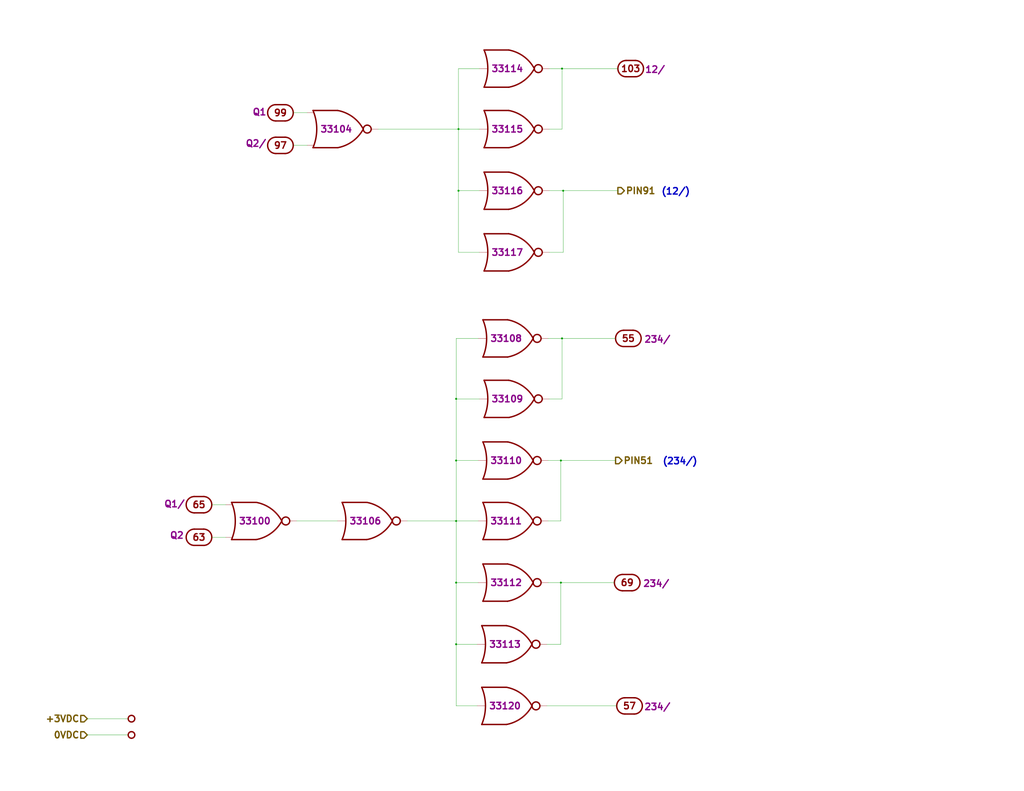
<source format=kicad_sch>
(kicad_sch (version 20211123) (generator eeschema)
  (paper "C")
  (title_block (title "BLOCK I LOGIC FLOW C, MODULE A17, DRAWING 1006543") (date "2018-11-23") (rev "Draft") (comment 1 "Modules A17"))
  (junction (at 306.705 184.785))
  (junction (at 248.92 351.79))
  (junction (at 248.92 318.135))
  (junction (at 250.19 70.485))
  (junction (at 250.19 104.14))
  (junction (at 306.07 318.135))
  (junction (at 307.34 104.14))
  (junction (at 306.705 37.465))
  (junction (at 306.07 251.46))
  (junction (at 248.92 284.48))
  (junction (at 248.92 251.46))
  (junction (at 248.92 217.805))
  (wire (pts (xy 248.92 284.48) (xy 260.985 284.48)))
  (wire (pts (xy 261.62 104.14) (xy 250.19 104.14)))
  (wire (pts (xy 260.985 318.135) (xy 248.92 318.135)))
  (wire (pts (xy 299.72 217.805) (xy 306.705 217.805)))
  (wire (pts (xy 250.19 70.485) (xy 250.19 104.14)))
  (wire (pts (xy 123.19 275.59) (xy 115.57 275.59)))
  (wire (pts (xy 306.07 251.46) (xy 306.07 284.48)))
  (wire (pts (xy 248.92 318.135) (xy 248.92 351.79)))
  (wire (pts (xy 306.07 318.135) (xy 299.085 318.135)))
  (wire (pts (xy 306.705 217.805) (xy 306.705 184.785)))
  (wire (pts (xy 250.19 70.485) (xy 261.62 70.485)))
  (wire (pts (xy 298.45 351.79) (xy 306.07 351.79)))
  (wire (pts (xy 299.72 37.465) (xy 306.705 37.465)))
  (wire (pts (xy 299.72 137.795) (xy 307.34 137.795)))
  (wire (pts (xy 248.92 284.48) (xy 248.92 251.46)))
  (wire (pts (xy 248.92 385.445) (xy 260.35 385.445)))
  (wire (pts (xy 306.705 70.485) (xy 306.705 37.465)))
  (wire (pts (xy 206.375 70.485) (xy 250.19 70.485)))
  (wire (pts (xy 161.925 284.48) (xy 184.15 284.48)))
  (wire (pts (xy 306.07 351.79) (xy 306.07 318.135)))
  (wire (pts (xy 298.45 385.445) (xy 336.55 385.445)))
  (wire (pts (xy 248.92 217.805) (xy 248.92 184.785)))
  (wire (pts (xy 261.62 37.465) (xy 250.19 37.465)))
  (wire (pts (xy 299.72 70.485) (xy 306.705 70.485)))
  (wire (pts (xy 123.19 293.37) (xy 115.57 293.37)))
  (wire (pts (xy 306.07 318.135) (xy 335.28 318.135)))
  (wire (pts (xy 248.92 251.46) (xy 248.92 217.805)))
  (wire (pts (xy 261.62 217.805) (xy 248.92 217.805)))
  (wire (pts (xy 248.92 351.79) (xy 248.92 385.445)))
  (wire (pts (xy 222.25 284.48) (xy 248.92 284.48)))
  (wire (pts (xy 306.705 184.785) (xy 335.915 184.785)))
  (wire (pts (xy 248.92 251.46) (xy 260.985 251.46)))
  (wire (pts (xy 306.07 284.48) (xy 299.085 284.48)))
  (wire (pts (xy 248.92 184.785) (xy 260.985 184.785)))
  (wire (pts (xy 167.64 79.375) (xy 160.02 79.375)))
  (wire (pts (xy 306.705 37.465) (xy 337.185 37.465)))
  (wire (pts (xy 250.19 104.14) (xy 250.19 137.795)))
  (wire (pts (xy 47.625 392.43) (xy 69.85 392.43)))
  (wire (pts (xy 167.64 61.595) (xy 160.02 61.595)))
  (wire (pts (xy 299.085 184.785) (xy 306.705 184.785)))
  (wire (pts (xy 69.85 401.32) (xy 47.625 401.32)))
  (wire (pts (xy 307.34 104.14) (xy 337.185 104.14)))
  (wire (pts (xy 307.34 137.795) (xy 307.34 104.14)))
  (wire (pts (xy 248.92 284.48) (xy 248.92 318.135)))
  (wire (pts (xy 299.72 104.14) (xy 307.34 104.14)))
  (wire (pts (xy 260.35 351.79) (xy 248.92 351.79)))
  (wire (pts (xy 299.085 251.46) (xy 306.07 251.46)))
  (wire (pts (xy 250.19 37.465) (xy 250.19 70.485)))
  (wire (pts (xy 250.19 137.795) (xy 261.62 137.795)))
  (wire (pts (xy 306.07 251.46) (xy 335.915 251.46)))
  (text "(12/)" (at 360.68 106.68 0) (effects (font (size 3.556 3.556) (thickness 0.7112) bold) (justify left bottom)))
  (text "(234/)" (at 361.315 254 0) (effects (font (size 3.556 3.556) (thickness 0.7112) bold) (justify left bottom)))
  (hierarchical_label "PIN51" (shape output) (at 335.915 251.46 0) (effects (font (size 3.556 3.556) (thickness 0.7112) bold)))
  (hierarchical_label "PIN91" (shape output) (at 337.185 104.14 0) (effects (font (size 3.556 3.556) (thickness 0.7112) bold)))
  (hierarchical_label "+3VDC" (shape input) (at 47.625 392.43 180) (effects (font (size 3.556 3.556) (thickness 0.7112) bold)))
  (hierarchical_label "0VDC" (shape input) (at 47.625 401.32 180) (effects (font (size 3.556 3.556) (thickness 0.7112) bold)))
  (symbol (lib_id "AGC_DSKY:ConnectorGeneric") (at 342.265 318.135 180) (unit 69)
    (property "Reference" "J1" (effects hide))
    (property "Value" "ConnectorGeneric" (effects hide))
    (property "Caption" "234/" (at 358.14 316.23 0) (effects (font (size 3.556 3.556) bold) (justify bottom)))
  )
  (symbol (lib_id "AGC_DSKY:ConnectorGeneric") (at 108.585 293.37 0) (unit 63)
    (property "Reference" "J1" (effects hide))
    (property "Value" "ConnectorGeneric" (effects hide))
    (property "Caption" "Q2" (at 96.52 294.64 0) (effects (font (size 3.556 3.556) bold) (justify bottom)))
  )
  (symbol (lib_id "AGC_DSKY:ConnectorGeneric") (at 108.585 275.59 0) (unit 65)
    (property "Reference" "J1" (effects hide))
    (property "Value" "ConnectorGeneric" (effects hide))
    (property "Caption" "Q1/" (at 95.25 277.495 0) (effects (font (size 3.556 3.556) bold) (justify bottom)))
  )
  (symbol (lib_id "D3NOR-+3VDC-0VDC-nd1021041:D3NOR-+3VDC-0VDC-nd1021041-_3_-___") (at 275.59 351.79 0) (mirror x) (unit 1)
    (property "Reference" "U604" (effects hide))
    (property "Value" "D3NOR-+3VDC-0VDC-nd1021041-_3_-___" (effects hide))
    (property "Location" "33113" (at 275.59 351.79 0) (effects (font (size 3.556 3.556) bold)))
  )
  (symbol (lib_id "D3NOR-+3VDC-0VDC-nd1021041:D3NOR-+3VDC-0VDC-nd1021041-_3_-___") (at 276.225 318.135 0) (mirror x) (unit 1)
    (property "Reference" "U609" (effects hide))
    (property "Value" "D3NOR-+3VDC-0VDC-nd1021041-_3_-___" (effects hide))
    (property "Location" "33112" (at 276.225 318.135 0) (effects (font (size 3.556 3.556) bold)))
  )
  (symbol (lib_id "D3NOR-+3VDC-0VDC-nd1021041:D3NOR-+3VDC-0VDC-nd1021041-_3_-___") (at 276.225 284.48 0) (mirror x) (unit 1)
    (property "Reference" "U608" (effects hide))
    (property "Value" "D3NOR-+3VDC-0VDC-nd1021041-_3_-___" (effects hide))
    (property "Location" "33111" (at 276.225 284.48 0) (effects (font (size 3.556 3.556) bold)))
  )
  (symbol (lib_id "D3NOR-+3VDC-0VDC-nd1021041:D3NOR-+3VDC-0VDC-nd1021041-_3_-___") (at 276.225 251.46 0) (mirror x) (unit 1)
    (property "Reference" "U607" (effects hide))
    (property "Value" "D3NOR-+3VDC-0VDC-nd1021041-_3_-___" (effects hide))
    (property "Location" "33110" (at 276.225 251.46 0) (effects (font (size 3.556 3.556) bold)))
  )
  (symbol (lib_id "D3NOR-+3VDC-0VDC-nd1021041:D3NOR-+3VDC-0VDC-nd1021041-_3_-___") (at 276.86 137.795 0) (mirror x) (unit 1)
    (property "Reference" "U613" (effects hide))
    (property "Value" "D3NOR-+3VDC-0VDC-nd1021041-_3_-___" (effects hide))
    (property "Location" "33117" (at 276.86 137.795 0) (effects (font (size 3.556 3.556) bold)))
  )
  (symbol (lib_id "D3NOR-+3VDC-0VDC-nd1021041:D3NOR-+3VDC-0VDC-nd1021041-_3_-___") (at 276.86 104.14 0) (mirror x) (unit 1)
    (property "Reference" "U612" (effects hide))
    (property "Value" "D3NOR-+3VDC-0VDC-nd1021041-_3_-___" (effects hide))
    (property "Location" "33116" (at 276.86 104.14 0) (effects (font (size 3.556 3.556) bold)))
  )
  (symbol (lib_id "D3NOR-+3VDC-0VDC-nd1021041:D3NOR-+3VDC-0VDC-nd1021041-_3_-___") (at 276.86 70.485 0) (mirror x) (unit 1)
    (property "Reference" "U611" (effects hide))
    (property "Value" "D3NOR-+3VDC-0VDC-nd1021041-_3_-___" (effects hide))
    (property "Location" "33115" (at 276.86 70.485 0) (effects (font (size 3.556 3.556) bold)))
  )
  (symbol (lib_id "D3NOR-+3VDC-0VDC-nd1021041:D3NOR-+3VDC-0VDC-nd1021041-_3_-___") (at 276.86 37.465 0) (mirror x) (unit 1)
    (property "Reference" "U610" (effects hide))
    (property "Value" "D3NOR-+3VDC-0VDC-nd1021041-_3_-___" (effects hide))
    (property "Location" "33114" (at 276.86 37.465 0) (effects (font (size 3.556 3.556) bold)))
  )
  (symbol (lib_id "AGC_DSKY:ConnectorGeneric") (at 343.535 385.445 180) (unit 57)
    (property "Reference" "J1" (effects hide))
    (property "Value" "ConnectorGeneric" (effects hide))
    (property "Caption" "234/" (at 358.775 383.54 0) (effects (font (size 3.556 3.556) bold) (justify bottom)))
  )
  (symbol (lib_id "AGC_DSKY:ConnectorGeneric") (at 342.9 184.785 180) (unit 55)
    (property "Reference" "J1" (effects hide))
    (property "Value" "ConnectorGeneric" (effects hide))
    (property "Caption" "234/" (at 358.775 182.88 0) (effects (font (size 3.556 3.556) bold) (justify bottom)))
  )
  (symbol (lib_id "AGC_DSKY:ConnectorGeneric") (at 344.17 37.465 180) (unit 103)
    (property "Reference" "J1" (effects hide))
    (property "Value" "ConnectorGeneric" (effects hide))
    (property "Caption" "12/" (at 357.505 35.56 0) (effects (font (size 3.556 3.556) bold) (justify bottom)))
  )
  (symbol (lib_id "AGC_DSKY:ConnectorGeneric") (at 153.035 79.375 0) (unit 97)
    (property "Reference" "J1" (effects hide))
    (property "Value" "ConnectorGeneric" (effects hide))
    (property "Caption" "Q2/" (at 139.7 80.645 0) (effects (font (size 3.556 3.556) bold) (justify bottom)))
  )
  (symbol (lib_id "AGC_DSKY:ConnectorGeneric") (at 153.035 61.595 0) (unit 99)
    (property "Reference" "J1" (effects hide))
    (property "Value" "ConnectorGeneric" (effects hide))
    (property "Caption" "Q1" (at 141.605 63.5 0) (effects (font (size 3.556 3.556) bold) (justify bottom)))
  )
  (symbol (lib_id "D3NOR-+3VDC-0VDC-nd1021041:D3NOR-+3VDC-0VDC-nd1021041-1_5-___") (at 183.515 70.485 0) (unit 1)
    (property "Reference" "U602" (effects hide))
    (property "Value" "D3NOR-+3VDC-0VDC-nd1021041-1_5-___" (effects hide))
    (property "Location" "33104" (at 183.515 70.485 0) (effects (font (size 3.556 3.556) bold)))
  )
  (symbol (lib_id "D3NOR-+3VDC-0VDC-nd1021041:D3NOR-+3VDC-0VDC-nd1021041-_3_-___") (at 199.39 284.48 0) (mirror x) (unit 1)
    (property "Reference" "U603" (effects hide))
    (property "Value" "D3NOR-+3VDC-0VDC-nd1021041-_3_-___" (effects hide))
    (property "Location" "33106" (at 199.39 284.48 0) (effects (font (size 3.556 3.556) bold)))
  )
  (symbol (lib_id "D3NOR-+3VDC-0VDC-nd1021041:D3NOR-+3VDC-0VDC-nd1021041-1_5-___") (at 139.065 284.48 0) (unit 1)
    (property "Reference" "U601" (effects hide))
    (property "Value" "D3NOR-+3VDC-0VDC-nd1021041-1_5-___" (effects hide))
    (property "Location" "33100" (at 139.065 284.48 0) (effects (font (size 3.556 3.556) bold)))
  )
  (symbol (lib_id "D3NOR-+3VDC-0VDC-nd1021041:D3NOR-+3VDC-0VDC-nd1021041-_3_-___") (at 276.225 184.785 0) (mirror x) (unit 1)
    (property "Reference" "U606" (effects hide))
    (property "Value" "D3NOR-+3VDC-0VDC-nd1021041-_3_-___" (effects hide))
    (property "Location" "33108" (at 276.225 184.785 0) (effects (font (size 3.556 3.556) bold)))
  )
  (symbol (lib_id "D3NOR-+3VDC-0VDC-nd1021041:D3NOR-+3VDC-0VDC-nd1021041-_3_-___") (at 276.86 217.805 0) (mirror x) (unit 1)
    (property "Reference" "U614" (effects hide))
    (property "Value" "D3NOR-+3VDC-0VDC-nd1021041-_3_-___" (effects hide))
    (property "Location" "33109" (at 276.86 217.805 0) (effects (font (size 3.556 3.556) bold)))
  )
  (symbol (lib_id "D3NOR-+3VDC-0VDC-nd1021041:D3NOR-+3VDC-0VDC-nd1021041-_3_-___") (at 275.59 385.445 0) (mirror x) (unit 1)
    (property "Reference" "U605" (effects hide))
    (property "Value" "D3NOR-+3VDC-0VDC-nd1021041-_3_-___" (effects hide))
    (property "Location" "33120" (at 275.59 385.445 0) (effects (font (size 3.556 3.556) bold)))
  )
  (symbol (lib_id "AGC_DSKY:Node2") (at 71.755 392.43 180)
    (property "Reference" "N601" (effects hide))
    (property "Value" "Node2" (effects hide))
    (property "Caption" "+3VDC" (effects hide))
  )
  (symbol (lib_id "AGC_DSKY:Node2") (at 71.755 401.32 180)
    (property "Reference" "N602" (effects hide))
    (property "Value" "Node2" (effects hide))
    (property "Caption" "0VDC" (effects hide))
  )
)
</source>
